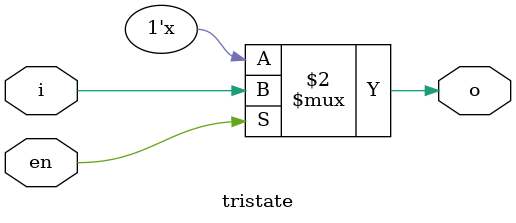
<source format=v>
module tristate(en, i, o);
    input en;
    input i;
    output reg o;

    always @(en or i)
        o <= (en)? i : 1'bZ;
endmodule

</source>
